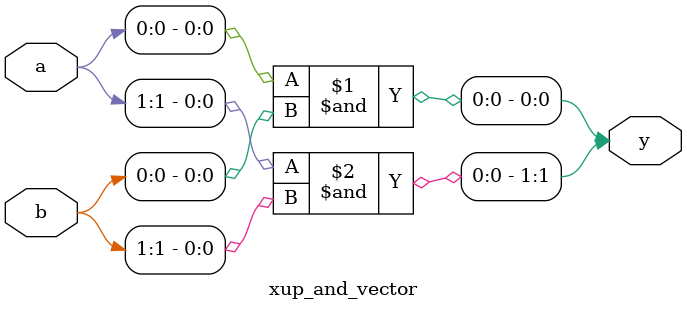
<source format=v>
`timescale 1ns / 1ps
module xup_and_vector #(parameter SIZE=2, DELAY=3)(
    input [SIZE-1:0] a,
    input [SIZE-1:0] b,
    output [SIZE-1:0] y
    );

   genvar i;
    generate
       for (i=0; i < SIZE; i=i+1) 
       begin: and_i
          and #DELAY(y[i], a[i], b[i]);
       end
    endgenerate

endmodule

</source>
